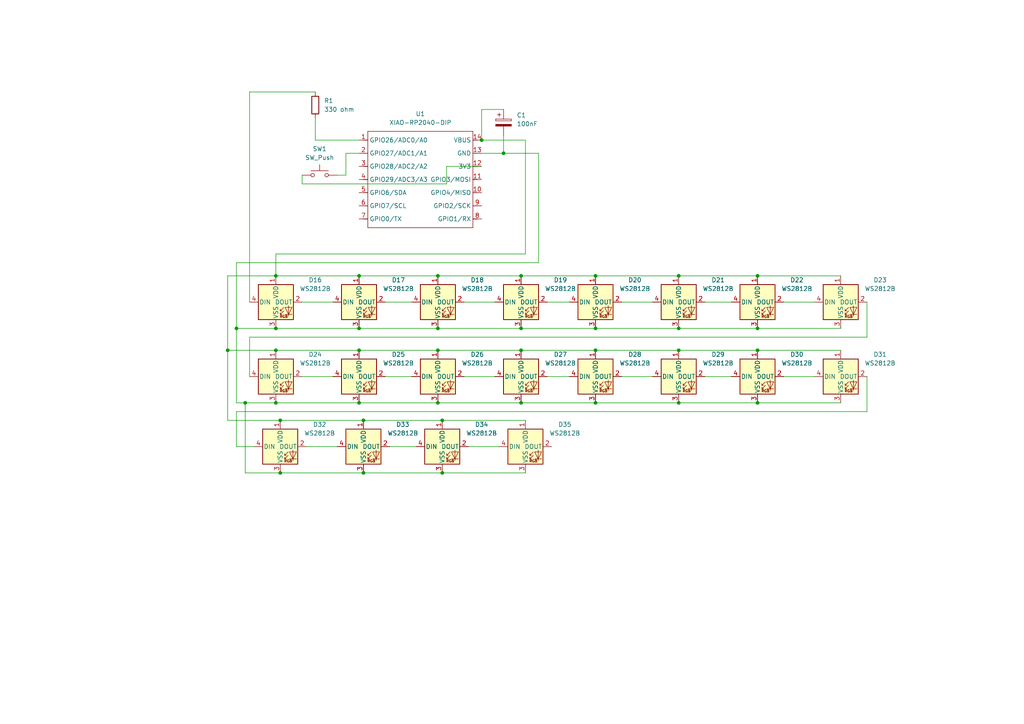
<source format=kicad_sch>
(kicad_sch
	(version 20250114)
	(generator "eeschema")
	(generator_version "9.0")
	(uuid "400d5fed-07e3-437a-82c9-2cb4d29a6616")
	(paper "A4")
	(lib_symbols
		(symbol "Device:C_Polarized"
			(pin_numbers
				(hide yes)
			)
			(pin_names
				(offset 0.254)
			)
			(exclude_from_sim no)
			(in_bom yes)
			(on_board yes)
			(property "Reference" "C"
				(at 0.635 2.54 0)
				(effects
					(font
						(size 1.27 1.27)
					)
					(justify left)
				)
			)
			(property "Value" "C_Polarized"
				(at 0.635 -2.54 0)
				(effects
					(font
						(size 1.27 1.27)
					)
					(justify left)
				)
			)
			(property "Footprint" ""
				(at 0.9652 -3.81 0)
				(effects
					(font
						(size 1.27 1.27)
					)
					(hide yes)
				)
			)
			(property "Datasheet" "~"
				(at 0 0 0)
				(effects
					(font
						(size 1.27 1.27)
					)
					(hide yes)
				)
			)
			(property "Description" "Polarized capacitor"
				(at 0 0 0)
				(effects
					(font
						(size 1.27 1.27)
					)
					(hide yes)
				)
			)
			(property "ki_keywords" "cap capacitor"
				(at 0 0 0)
				(effects
					(font
						(size 1.27 1.27)
					)
					(hide yes)
				)
			)
			(property "ki_fp_filters" "CP_*"
				(at 0 0 0)
				(effects
					(font
						(size 1.27 1.27)
					)
					(hide yes)
				)
			)
			(symbol "C_Polarized_0_1"
				(rectangle
					(start -2.286 0.508)
					(end 2.286 1.016)
					(stroke
						(width 0)
						(type default)
					)
					(fill
						(type none)
					)
				)
				(polyline
					(pts
						(xy -1.778 2.286) (xy -0.762 2.286)
					)
					(stroke
						(width 0)
						(type default)
					)
					(fill
						(type none)
					)
				)
				(polyline
					(pts
						(xy -1.27 2.794) (xy -1.27 1.778)
					)
					(stroke
						(width 0)
						(type default)
					)
					(fill
						(type none)
					)
				)
				(rectangle
					(start 2.286 -0.508)
					(end -2.286 -1.016)
					(stroke
						(width 0)
						(type default)
					)
					(fill
						(type outline)
					)
				)
			)
			(symbol "C_Polarized_1_1"
				(pin passive line
					(at 0 3.81 270)
					(length 2.794)
					(name "~"
						(effects
							(font
								(size 1.27 1.27)
							)
						)
					)
					(number "1"
						(effects
							(font
								(size 1.27 1.27)
							)
						)
					)
				)
				(pin passive line
					(at 0 -3.81 90)
					(length 2.794)
					(name "~"
						(effects
							(font
								(size 1.27 1.27)
							)
						)
					)
					(number "2"
						(effects
							(font
								(size 1.27 1.27)
							)
						)
					)
				)
			)
			(embedded_fonts no)
		)
		(symbol "Device:R"
			(pin_numbers
				(hide yes)
			)
			(pin_names
				(offset 0)
			)
			(exclude_from_sim no)
			(in_bom yes)
			(on_board yes)
			(property "Reference" "R"
				(at 2.032 0 90)
				(effects
					(font
						(size 1.27 1.27)
					)
				)
			)
			(property "Value" "R"
				(at 0 0 90)
				(effects
					(font
						(size 1.27 1.27)
					)
				)
			)
			(property "Footprint" ""
				(at -1.778 0 90)
				(effects
					(font
						(size 1.27 1.27)
					)
					(hide yes)
				)
			)
			(property "Datasheet" "~"
				(at 0 0 0)
				(effects
					(font
						(size 1.27 1.27)
					)
					(hide yes)
				)
			)
			(property "Description" "Resistor"
				(at 0 0 0)
				(effects
					(font
						(size 1.27 1.27)
					)
					(hide yes)
				)
			)
			(property "ki_keywords" "R res resistor"
				(at 0 0 0)
				(effects
					(font
						(size 1.27 1.27)
					)
					(hide yes)
				)
			)
			(property "ki_fp_filters" "R_*"
				(at 0 0 0)
				(effects
					(font
						(size 1.27 1.27)
					)
					(hide yes)
				)
			)
			(symbol "R_0_1"
				(rectangle
					(start -1.016 -2.54)
					(end 1.016 2.54)
					(stroke
						(width 0.254)
						(type default)
					)
					(fill
						(type none)
					)
				)
			)
			(symbol "R_1_1"
				(pin passive line
					(at 0 3.81 270)
					(length 1.27)
					(name "~"
						(effects
							(font
								(size 1.27 1.27)
							)
						)
					)
					(number "1"
						(effects
							(font
								(size 1.27 1.27)
							)
						)
					)
				)
				(pin passive line
					(at 0 -3.81 90)
					(length 1.27)
					(name "~"
						(effects
							(font
								(size 1.27 1.27)
							)
						)
					)
					(number "2"
						(effects
							(font
								(size 1.27 1.27)
							)
						)
					)
				)
			)
			(embedded_fonts no)
		)
		(symbol "LED:WS2812B"
			(pin_names
				(offset 0.254)
			)
			(exclude_from_sim no)
			(in_bom yes)
			(on_board yes)
			(property "Reference" "D"
				(at 5.08 5.715 0)
				(effects
					(font
						(size 1.27 1.27)
					)
					(justify right bottom)
				)
			)
			(property "Value" "WS2812B"
				(at 1.27 -5.715 0)
				(effects
					(font
						(size 1.27 1.27)
					)
					(justify left top)
				)
			)
			(property "Footprint" "LED_SMD:LED_WS2812B_PLCC4_5.0x5.0mm_P3.2mm"
				(at 1.27 -7.62 0)
				(effects
					(font
						(size 1.27 1.27)
					)
					(justify left top)
					(hide yes)
				)
			)
			(property "Datasheet" "https://cdn-shop.adafruit.com/datasheets/WS2812B.pdf"
				(at 2.54 -9.525 0)
				(effects
					(font
						(size 1.27 1.27)
					)
					(justify left top)
					(hide yes)
				)
			)
			(property "Description" "RGB LED with integrated controller"
				(at 0 0 0)
				(effects
					(font
						(size 1.27 1.27)
					)
					(hide yes)
				)
			)
			(property "ki_keywords" "RGB LED NeoPixel addressable"
				(at 0 0 0)
				(effects
					(font
						(size 1.27 1.27)
					)
					(hide yes)
				)
			)
			(property "ki_fp_filters" "LED*WS2812*PLCC*5.0x5.0mm*P3.2mm*"
				(at 0 0 0)
				(effects
					(font
						(size 1.27 1.27)
					)
					(hide yes)
				)
			)
			(symbol "WS2812B_0_0"
				(text "RGB"
					(at 2.286 -4.191 0)
					(effects
						(font
							(size 0.762 0.762)
						)
					)
				)
			)
			(symbol "WS2812B_0_1"
				(polyline
					(pts
						(xy 1.27 -2.54) (xy 1.778 -2.54)
					)
					(stroke
						(width 0)
						(type default)
					)
					(fill
						(type none)
					)
				)
				(polyline
					(pts
						(xy 1.27 -3.556) (xy 1.778 -3.556)
					)
					(stroke
						(width 0)
						(type default)
					)
					(fill
						(type none)
					)
				)
				(polyline
					(pts
						(xy 2.286 -1.524) (xy 1.27 -2.54) (xy 1.27 -2.032)
					)
					(stroke
						(width 0)
						(type default)
					)
					(fill
						(type none)
					)
				)
				(polyline
					(pts
						(xy 2.286 -2.54) (xy 1.27 -3.556) (xy 1.27 -3.048)
					)
					(stroke
						(width 0)
						(type default)
					)
					(fill
						(type none)
					)
				)
				(polyline
					(pts
						(xy 3.683 -1.016) (xy 3.683 -3.556) (xy 3.683 -4.064)
					)
					(stroke
						(width 0)
						(type default)
					)
					(fill
						(type none)
					)
				)
				(polyline
					(pts
						(xy 4.699 -1.524) (xy 2.667 -1.524) (xy 3.683 -3.556) (xy 4.699 -1.524)
					)
					(stroke
						(width 0)
						(type default)
					)
					(fill
						(type none)
					)
				)
				(polyline
					(pts
						(xy 4.699 -3.556) (xy 2.667 -3.556)
					)
					(stroke
						(width 0)
						(type default)
					)
					(fill
						(type none)
					)
				)
				(rectangle
					(start 5.08 5.08)
					(end -5.08 -5.08)
					(stroke
						(width 0.254)
						(type default)
					)
					(fill
						(type background)
					)
				)
			)
			(symbol "WS2812B_1_1"
				(pin input line
					(at -7.62 0 0)
					(length 2.54)
					(name "DIN"
						(effects
							(font
								(size 1.27 1.27)
							)
						)
					)
					(number "4"
						(effects
							(font
								(size 1.27 1.27)
							)
						)
					)
				)
				(pin power_in line
					(at 0 7.62 270)
					(length 2.54)
					(name "VDD"
						(effects
							(font
								(size 1.27 1.27)
							)
						)
					)
					(number "1"
						(effects
							(font
								(size 1.27 1.27)
							)
						)
					)
				)
				(pin power_in line
					(at 0 -7.62 90)
					(length 2.54)
					(name "VSS"
						(effects
							(font
								(size 1.27 1.27)
							)
						)
					)
					(number "3"
						(effects
							(font
								(size 1.27 1.27)
							)
						)
					)
				)
				(pin output line
					(at 7.62 0 180)
					(length 2.54)
					(name "DOUT"
						(effects
							(font
								(size 1.27 1.27)
							)
						)
					)
					(number "2"
						(effects
							(font
								(size 1.27 1.27)
							)
						)
					)
				)
			)
			(embedded_fonts no)
		)
		(symbol "Seeed_Studio_XIAO_Series:XIAO-RP2040-DIP"
			(exclude_from_sim no)
			(in_bom yes)
			(on_board yes)
			(property "Reference" "U"
				(at 0 0 0)
				(effects
					(font
						(size 1.27 1.27)
					)
				)
			)
			(property "Value" "XIAO-RP2040-DIP"
				(at 5.334 -1.778 0)
				(effects
					(font
						(size 1.27 1.27)
					)
				)
			)
			(property "Footprint" "Module:MOUDLE14P-XIAO-DIP-SMD"
				(at 14.478 -32.258 0)
				(effects
					(font
						(size 1.27 1.27)
					)
					(hide yes)
				)
			)
			(property "Datasheet" ""
				(at 0 0 0)
				(effects
					(font
						(size 1.27 1.27)
					)
					(hide yes)
				)
			)
			(property "Description" ""
				(at 0 0 0)
				(effects
					(font
						(size 1.27 1.27)
					)
					(hide yes)
				)
			)
			(symbol "XIAO-RP2040-DIP_1_0"
				(polyline
					(pts
						(xy -1.27 -2.54) (xy 29.21 -2.54)
					)
					(stroke
						(width 0.1524)
						(type solid)
					)
					(fill
						(type none)
					)
				)
				(polyline
					(pts
						(xy -1.27 -5.08) (xy -2.54 -5.08)
					)
					(stroke
						(width 0.1524)
						(type solid)
					)
					(fill
						(type none)
					)
				)
				(polyline
					(pts
						(xy -1.27 -5.08) (xy -1.27 -2.54)
					)
					(stroke
						(width 0.1524)
						(type solid)
					)
					(fill
						(type none)
					)
				)
				(polyline
					(pts
						(xy -1.27 -8.89) (xy -2.54 -8.89)
					)
					(stroke
						(width 0.1524)
						(type solid)
					)
					(fill
						(type none)
					)
				)
				(polyline
					(pts
						(xy -1.27 -8.89) (xy -1.27 -5.08)
					)
					(stroke
						(width 0.1524)
						(type solid)
					)
					(fill
						(type none)
					)
				)
				(polyline
					(pts
						(xy -1.27 -12.7) (xy -2.54 -12.7)
					)
					(stroke
						(width 0.1524)
						(type solid)
					)
					(fill
						(type none)
					)
				)
				(polyline
					(pts
						(xy -1.27 -12.7) (xy -1.27 -8.89)
					)
					(stroke
						(width 0.1524)
						(type solid)
					)
					(fill
						(type none)
					)
				)
				(polyline
					(pts
						(xy -1.27 -16.51) (xy -2.54 -16.51)
					)
					(stroke
						(width 0.1524)
						(type solid)
					)
					(fill
						(type none)
					)
				)
				(polyline
					(pts
						(xy -1.27 -16.51) (xy -1.27 -12.7)
					)
					(stroke
						(width 0.1524)
						(type solid)
					)
					(fill
						(type none)
					)
				)
				(polyline
					(pts
						(xy -1.27 -20.32) (xy -2.54 -20.32)
					)
					(stroke
						(width 0.1524)
						(type solid)
					)
					(fill
						(type none)
					)
				)
				(polyline
					(pts
						(xy -1.27 -24.13) (xy -2.54 -24.13)
					)
					(stroke
						(width 0.1524)
						(type solid)
					)
					(fill
						(type none)
					)
				)
				(polyline
					(pts
						(xy -1.27 -27.94) (xy -2.54 -27.94)
					)
					(stroke
						(width 0.1524)
						(type solid)
					)
					(fill
						(type none)
					)
				)
				(polyline
					(pts
						(xy -1.27 -30.48) (xy -1.27 -16.51)
					)
					(stroke
						(width 0.1524)
						(type solid)
					)
					(fill
						(type none)
					)
				)
				(polyline
					(pts
						(xy 29.21 -2.54) (xy 29.21 -5.08)
					)
					(stroke
						(width 0.1524)
						(type solid)
					)
					(fill
						(type none)
					)
				)
				(polyline
					(pts
						(xy 29.21 -5.08) (xy 29.21 -8.89)
					)
					(stroke
						(width 0.1524)
						(type solid)
					)
					(fill
						(type none)
					)
				)
				(polyline
					(pts
						(xy 29.21 -8.89) (xy 29.21 -12.7)
					)
					(stroke
						(width 0.1524)
						(type solid)
					)
					(fill
						(type none)
					)
				)
				(polyline
					(pts
						(xy 29.21 -12.7) (xy 29.21 -30.48)
					)
					(stroke
						(width 0.1524)
						(type solid)
					)
					(fill
						(type none)
					)
				)
				(polyline
					(pts
						(xy 29.21 -30.48) (xy -1.27 -30.48)
					)
					(stroke
						(width 0.1524)
						(type solid)
					)
					(fill
						(type none)
					)
				)
				(polyline
					(pts
						(xy 30.48 -5.08) (xy 29.21 -5.08)
					)
					(stroke
						(width 0.1524)
						(type solid)
					)
					(fill
						(type none)
					)
				)
				(polyline
					(pts
						(xy 30.48 -8.89) (xy 29.21 -8.89)
					)
					(stroke
						(width 0.1524)
						(type solid)
					)
					(fill
						(type none)
					)
				)
				(polyline
					(pts
						(xy 30.48 -12.7) (xy 29.21 -12.7)
					)
					(stroke
						(width 0.1524)
						(type solid)
					)
					(fill
						(type none)
					)
				)
				(polyline
					(pts
						(xy 30.48 -16.51) (xy 29.21 -16.51)
					)
					(stroke
						(width 0.1524)
						(type solid)
					)
					(fill
						(type none)
					)
				)
				(polyline
					(pts
						(xy 30.48 -20.32) (xy 29.21 -20.32)
					)
					(stroke
						(width 0.1524)
						(type solid)
					)
					(fill
						(type none)
					)
				)
				(polyline
					(pts
						(xy 30.48 -24.13) (xy 29.21 -24.13)
					)
					(stroke
						(width 0.1524)
						(type solid)
					)
					(fill
						(type none)
					)
				)
				(polyline
					(pts
						(xy 30.48 -27.94) (xy 29.21 -27.94)
					)
					(stroke
						(width 0.1524)
						(type solid)
					)
					(fill
						(type none)
					)
				)
				(pin passive line
					(at -3.81 -5.08 0)
					(length 2.54)
					(name "GPIO26/ADC0/A0"
						(effects
							(font
								(size 1.27 1.27)
							)
						)
					)
					(number "1"
						(effects
							(font
								(size 1.27 1.27)
							)
						)
					)
				)
				(pin passive line
					(at -3.81 -8.89 0)
					(length 2.54)
					(name "GPIO27/ADC1/A1"
						(effects
							(font
								(size 1.27 1.27)
							)
						)
					)
					(number "2"
						(effects
							(font
								(size 1.27 1.27)
							)
						)
					)
				)
				(pin passive line
					(at -3.81 -12.7 0)
					(length 2.54)
					(name "GPIO28/ADC2/A2"
						(effects
							(font
								(size 1.27 1.27)
							)
						)
					)
					(number "3"
						(effects
							(font
								(size 1.27 1.27)
							)
						)
					)
				)
				(pin passive line
					(at -3.81 -16.51 0)
					(length 2.54)
					(name "GPIO29/ADC3/A3"
						(effects
							(font
								(size 1.27 1.27)
							)
						)
					)
					(number "4"
						(effects
							(font
								(size 1.27 1.27)
							)
						)
					)
				)
				(pin passive line
					(at -3.81 -20.32 0)
					(length 2.54)
					(name "GPIO6/SDA"
						(effects
							(font
								(size 1.27 1.27)
							)
						)
					)
					(number "5"
						(effects
							(font
								(size 1.27 1.27)
							)
						)
					)
				)
				(pin passive line
					(at -3.81 -24.13 0)
					(length 2.54)
					(name "GPIO7/SCL"
						(effects
							(font
								(size 1.27 1.27)
							)
						)
					)
					(number "6"
						(effects
							(font
								(size 1.27 1.27)
							)
						)
					)
				)
				(pin passive line
					(at -3.81 -27.94 0)
					(length 2.54)
					(name "GPIO0/TX"
						(effects
							(font
								(size 1.27 1.27)
							)
						)
					)
					(number "7"
						(effects
							(font
								(size 1.27 1.27)
							)
						)
					)
				)
				(pin passive line
					(at 31.75 -5.08 180)
					(length 2.54)
					(name "VBUS"
						(effects
							(font
								(size 1.27 1.27)
							)
						)
					)
					(number "14"
						(effects
							(font
								(size 1.27 1.27)
							)
						)
					)
				)
				(pin passive line
					(at 31.75 -8.89 180)
					(length 2.54)
					(name "GND"
						(effects
							(font
								(size 1.27 1.27)
							)
						)
					)
					(number "13"
						(effects
							(font
								(size 1.27 1.27)
							)
						)
					)
				)
				(pin passive line
					(at 31.75 -12.7 180)
					(length 2.54)
					(name "3V3"
						(effects
							(font
								(size 1.27 1.27)
							)
						)
					)
					(number "12"
						(effects
							(font
								(size 1.27 1.27)
							)
						)
					)
				)
				(pin passive line
					(at 31.75 -16.51 180)
					(length 2.54)
					(name "GPIO3/MOSI"
						(effects
							(font
								(size 1.27 1.27)
							)
						)
					)
					(number "11"
						(effects
							(font
								(size 1.27 1.27)
							)
						)
					)
				)
				(pin passive line
					(at 31.75 -20.32 180)
					(length 2.54)
					(name "GPIO4/MISO"
						(effects
							(font
								(size 1.27 1.27)
							)
						)
					)
					(number "10"
						(effects
							(font
								(size 1.27 1.27)
							)
						)
					)
				)
				(pin passive line
					(at 31.75 -24.13 180)
					(length 2.54)
					(name "GPIO2/SCK"
						(effects
							(font
								(size 1.27 1.27)
							)
						)
					)
					(number "9"
						(effects
							(font
								(size 1.27 1.27)
							)
						)
					)
				)
				(pin passive line
					(at 31.75 -27.94 180)
					(length 2.54)
					(name "GPIO1/RX"
						(effects
							(font
								(size 1.27 1.27)
							)
						)
					)
					(number "8"
						(effects
							(font
								(size 1.27 1.27)
							)
						)
					)
				)
			)
			(embedded_fonts no)
		)
		(symbol "Switch:SW_Push"
			(pin_numbers
				(hide yes)
			)
			(pin_names
				(offset 1.016)
				(hide yes)
			)
			(exclude_from_sim no)
			(in_bom yes)
			(on_board yes)
			(property "Reference" "SW"
				(at 1.27 2.54 0)
				(effects
					(font
						(size 1.27 1.27)
					)
					(justify left)
				)
			)
			(property "Value" "SW_Push"
				(at 0 -1.524 0)
				(effects
					(font
						(size 1.27 1.27)
					)
				)
			)
			(property "Footprint" ""
				(at 0 5.08 0)
				(effects
					(font
						(size 1.27 1.27)
					)
					(hide yes)
				)
			)
			(property "Datasheet" "~"
				(at 0 5.08 0)
				(effects
					(font
						(size 1.27 1.27)
					)
					(hide yes)
				)
			)
			(property "Description" "Push button switch, generic, two pins"
				(at 0 0 0)
				(effects
					(font
						(size 1.27 1.27)
					)
					(hide yes)
				)
			)
			(property "ki_keywords" "switch normally-open pushbutton push-button"
				(at 0 0 0)
				(effects
					(font
						(size 1.27 1.27)
					)
					(hide yes)
				)
			)
			(symbol "SW_Push_0_1"
				(circle
					(center -2.032 0)
					(radius 0.508)
					(stroke
						(width 0)
						(type default)
					)
					(fill
						(type none)
					)
				)
				(polyline
					(pts
						(xy 0 1.27) (xy 0 3.048)
					)
					(stroke
						(width 0)
						(type default)
					)
					(fill
						(type none)
					)
				)
				(circle
					(center 2.032 0)
					(radius 0.508)
					(stroke
						(width 0)
						(type default)
					)
					(fill
						(type none)
					)
				)
				(polyline
					(pts
						(xy 2.54 1.27) (xy -2.54 1.27)
					)
					(stroke
						(width 0)
						(type default)
					)
					(fill
						(type none)
					)
				)
				(pin passive line
					(at -5.08 0 0)
					(length 2.54)
					(name "1"
						(effects
							(font
								(size 1.27 1.27)
							)
						)
					)
					(number "1"
						(effects
							(font
								(size 1.27 1.27)
							)
						)
					)
				)
				(pin passive line
					(at 5.08 0 180)
					(length 2.54)
					(name "2"
						(effects
							(font
								(size 1.27 1.27)
							)
						)
					)
					(number "2"
						(effects
							(font
								(size 1.27 1.27)
							)
						)
					)
				)
			)
			(embedded_fonts no)
		)
	)
	(junction
		(at 151.13 116.84)
		(diameter 0)
		(color 0 0 0 0)
		(uuid "006fb195-d0d2-4c85-b780-54260b2b2f79")
	)
	(junction
		(at 127 101.6)
		(diameter 0)
		(color 0 0 0 0)
		(uuid "1fbf2e22-e065-4901-9216-2958dbb07cf8")
	)
	(junction
		(at 219.71 101.6)
		(diameter 0)
		(color 0 0 0 0)
		(uuid "245931dc-701a-4d9b-92ec-cd62a5c6b5ef")
	)
	(junction
		(at 151.13 80.01)
		(diameter 0)
		(color 0 0 0 0)
		(uuid "32294c57-863b-4cae-8eed-9817c5d938f6")
	)
	(junction
		(at 127 95.25)
		(diameter 0)
		(color 0 0 0 0)
		(uuid "3fbc7e0d-083e-40fe-ad4d-88ffdced56e7")
	)
	(junction
		(at 196.85 116.84)
		(diameter 0)
		(color 0 0 0 0)
		(uuid "4435db4f-5a1a-489a-8040-e001126e5a40")
	)
	(junction
		(at 172.72 80.01)
		(diameter 0)
		(color 0 0 0 0)
		(uuid "465c7c5c-1635-40d9-a000-ebe971da39f6")
	)
	(junction
		(at 68.58 95.25)
		(diameter 0)
		(color 0 0 0 0)
		(uuid "46daac94-2def-44c3-b4d1-18737766e34f")
	)
	(junction
		(at 128.27 121.92)
		(diameter 0)
		(color 0 0 0 0)
		(uuid "53dda4bd-6a73-49ef-927a-f589420cea74")
	)
	(junction
		(at 127 116.84)
		(diameter 0)
		(color 0 0 0 0)
		(uuid "55c089c6-c35c-4da9-ab7b-569731508d4a")
	)
	(junction
		(at 81.28 121.92)
		(diameter 0)
		(color 0 0 0 0)
		(uuid "5fde7a9b-7b5c-4b04-9602-b9564a9b4c16")
	)
	(junction
		(at 196.85 95.25)
		(diameter 0)
		(color 0 0 0 0)
		(uuid "6457859f-44c5-4886-8551-3a2c3f6c722e")
	)
	(junction
		(at 80.01 95.25)
		(diameter 0)
		(color 0 0 0 0)
		(uuid "6b66936d-10b3-4ec3-bdc1-aa0a4f964e9b")
	)
	(junction
		(at 80.01 101.6)
		(diameter 0)
		(color 0 0 0 0)
		(uuid "6c5e5c3e-40f5-4c51-a10d-e3a27ada3f78")
	)
	(junction
		(at 196.85 101.6)
		(diameter 0)
		(color 0 0 0 0)
		(uuid "787de869-1bf6-420f-8f4f-190774024922")
	)
	(junction
		(at 151.13 95.25)
		(diameter 0)
		(color 0 0 0 0)
		(uuid "7c398c74-7e09-4118-ad94-42911a86e2f4")
	)
	(junction
		(at 172.72 95.25)
		(diameter 0)
		(color 0 0 0 0)
		(uuid "8b15f292-0c42-4166-b81a-7e4c5e795ad3")
	)
	(junction
		(at 151.13 101.6)
		(diameter 0)
		(color 0 0 0 0)
		(uuid "8f1aa700-a429-4bdc-b35e-1b485bc5920d")
	)
	(junction
		(at 127 80.01)
		(diameter 0)
		(color 0 0 0 0)
		(uuid "93879e77-40b8-45c8-9216-903c1eb53ee2")
	)
	(junction
		(at 104.14 101.6)
		(diameter 0)
		(color 0 0 0 0)
		(uuid "95121e39-0404-402f-8227-ccf590f6e5a1")
	)
	(junction
		(at 172.72 116.84)
		(diameter 0)
		(color 0 0 0 0)
		(uuid "9ebe9618-8a25-4b1b-8ded-683db849d87e")
	)
	(junction
		(at 81.28 137.16)
		(diameter 0)
		(color 0 0 0 0)
		(uuid "a7805065-e9b2-4836-a365-9154300b8efe")
	)
	(junction
		(at 219.71 95.25)
		(diameter 0)
		(color 0 0 0 0)
		(uuid "a9e75c0b-c890-4995-b1b5-61409028f0e8")
	)
	(junction
		(at 105.41 121.92)
		(diameter 0)
		(color 0 0 0 0)
		(uuid "ae726b25-0fad-4e74-b8bc-cb4c8a370351")
	)
	(junction
		(at 139.7 40.64)
		(diameter 0)
		(color 0 0 0 0)
		(uuid "b55c60e7-4157-4a88-abac-28ed26dbbb7d")
	)
	(junction
		(at 172.72 101.6)
		(diameter 0)
		(color 0 0 0 0)
		(uuid "b65fdc60-6234-4c37-be03-146eec5d1050")
	)
	(junction
		(at 105.41 137.16)
		(diameter 0)
		(color 0 0 0 0)
		(uuid "bb2ebb97-78dd-45b6-b2d4-16f6148a4a3b")
	)
	(junction
		(at 219.71 116.84)
		(diameter 0)
		(color 0 0 0 0)
		(uuid "bbd00688-3f3d-4844-9002-ea522752a557")
	)
	(junction
		(at 71.12 116.84)
		(diameter 0)
		(color 0 0 0 0)
		(uuid "c8a6d5b0-0f9d-44f0-b568-b68d6d53393d")
	)
	(junction
		(at 128.27 137.16)
		(diameter 0)
		(color 0 0 0 0)
		(uuid "cebbcfde-2c79-4bce-85cb-09edad9f1736")
	)
	(junction
		(at 104.14 95.25)
		(diameter 0)
		(color 0 0 0 0)
		(uuid "d0016981-8d30-433a-9ce1-004a30b6db4f")
	)
	(junction
		(at 80.01 80.01)
		(diameter 0)
		(color 0 0 0 0)
		(uuid "d01f4bb3-7d42-4221-8a6b-3ead76159ab5")
	)
	(junction
		(at 104.14 80.01)
		(diameter 0)
		(color 0 0 0 0)
		(uuid "e1214dcd-4c0f-4753-a37b-55ac78b8673a")
	)
	(junction
		(at 80.01 116.84)
		(diameter 0)
		(color 0 0 0 0)
		(uuid "e6d5aaf9-8dd7-4f72-a01b-cbf8cf3ec835")
	)
	(junction
		(at 146.05 44.45)
		(diameter 0)
		(color 0 0 0 0)
		(uuid "e93b3519-f636-481b-8477-ef080158af09")
	)
	(junction
		(at 219.71 80.01)
		(diameter 0)
		(color 0 0 0 0)
		(uuid "e9fa462f-0893-4fc1-a605-b1161cb19ad4")
	)
	(junction
		(at 66.04 101.6)
		(diameter 0)
		(color 0 0 0 0)
		(uuid "f2da78a9-bfc7-4eac-b49a-8e30a02536a6")
	)
	(junction
		(at 196.85 80.01)
		(diameter 0)
		(color 0 0 0 0)
		(uuid "fe380f0a-b1f3-44fb-b220-545db326a037")
	)
	(junction
		(at 104.14 116.84)
		(diameter 0)
		(color 0 0 0 0)
		(uuid "ffbe5fab-f853-45a8-a1f7-2376aeab409e")
	)
	(wire
		(pts
			(xy 219.71 80.01) (xy 243.84 80.01)
		)
		(stroke
			(width 0)
			(type default)
		)
		(uuid "03c9c71b-2e10-46be-b3ba-69e782341b25")
	)
	(wire
		(pts
			(xy 104.14 80.01) (xy 127 80.01)
		)
		(stroke
			(width 0)
			(type default)
		)
		(uuid "053fcedf-8d90-42c1-bb0e-f026515339e7")
	)
	(wire
		(pts
			(xy 134.62 109.22) (xy 143.51 109.22)
		)
		(stroke
			(width 0)
			(type default)
		)
		(uuid "06aa7b3b-a868-4720-a9fb-7864c93b773d")
	)
	(wire
		(pts
			(xy 113.03 129.54) (xy 120.65 129.54)
		)
		(stroke
			(width 0)
			(type default)
		)
		(uuid "06b4c3a5-9afb-450b-9b89-0be0cd8e78ca")
	)
	(wire
		(pts
			(xy 104.14 95.25) (xy 127 95.25)
		)
		(stroke
			(width 0)
			(type default)
		)
		(uuid "0b82f237-1647-4c66-acbf-d7a8aaa764ea")
	)
	(wire
		(pts
			(xy 104.14 40.64) (xy 91.44 40.64)
		)
		(stroke
			(width 0)
			(type default)
		)
		(uuid "0f2cb69a-6b72-412d-895f-f27fc92fe027")
	)
	(wire
		(pts
			(xy 135.89 129.54) (xy 144.78 129.54)
		)
		(stroke
			(width 0)
			(type default)
		)
		(uuid "14722903-71f2-4358-bbce-2859f2b73914")
	)
	(wire
		(pts
			(xy 81.28 137.16) (xy 105.41 137.16)
		)
		(stroke
			(width 0)
			(type default)
		)
		(uuid "149f57bd-9fb0-4ee9-9539-079d3fbf9685")
	)
	(wire
		(pts
			(xy 172.72 101.6) (xy 196.85 101.6)
		)
		(stroke
			(width 0)
			(type default)
		)
		(uuid "188d3030-f88f-4f1e-8df4-dcc57b8e80cd")
	)
	(wire
		(pts
			(xy 152.4 73.66) (xy 80.01 73.66)
		)
		(stroke
			(width 0)
			(type default)
		)
		(uuid "19326255-c0ea-4ece-91c4-26be55631f4f")
	)
	(wire
		(pts
			(xy 172.72 95.25) (xy 196.85 95.25)
		)
		(stroke
			(width 0)
			(type default)
		)
		(uuid "1d3c6e35-ba72-4af8-8be7-ae734712197e")
	)
	(wire
		(pts
			(xy 128.27 121.92) (xy 152.4 121.92)
		)
		(stroke
			(width 0)
			(type default)
		)
		(uuid "1ef634d0-fc62-4832-b90a-555e37bbeb04")
	)
	(wire
		(pts
			(xy 251.46 97.79) (xy 72.39 97.79)
		)
		(stroke
			(width 0)
			(type default)
		)
		(uuid "217ecbf0-28c9-478c-ac30-c548f4c512cf")
	)
	(wire
		(pts
			(xy 127 116.84) (xy 151.13 116.84)
		)
		(stroke
			(width 0)
			(type default)
		)
		(uuid "231ef675-c477-419a-ac9a-57a99ceaacde")
	)
	(wire
		(pts
			(xy 204.47 87.63) (xy 212.09 87.63)
		)
		(stroke
			(width 0)
			(type default)
		)
		(uuid "258b016d-545b-476a-89df-f234311a3891")
	)
	(wire
		(pts
			(xy 71.12 116.84) (xy 80.01 116.84)
		)
		(stroke
			(width 0)
			(type default)
		)
		(uuid "292f867f-b24a-4a8b-bee4-d17e35899503")
	)
	(wire
		(pts
			(xy 128.27 137.16) (xy 152.4 137.16)
		)
		(stroke
			(width 0)
			(type default)
		)
		(uuid "2ca35ef0-afcb-4e29-8785-4553763710c4")
	)
	(wire
		(pts
			(xy 91.44 40.64) (xy 91.44 34.29)
		)
		(stroke
			(width 0)
			(type default)
		)
		(uuid "2db01cee-3699-4aa0-ba35-bea1856dbfb7")
	)
	(wire
		(pts
			(xy 68.58 116.84) (xy 71.12 116.84)
		)
		(stroke
			(width 0)
			(type default)
		)
		(uuid "32618e66-57f2-4374-914e-62c06f7622ab")
	)
	(wire
		(pts
			(xy 196.85 101.6) (xy 219.71 101.6)
		)
		(stroke
			(width 0)
			(type default)
		)
		(uuid "33c7e2cd-d6d2-428e-a8a5-7e83cbf7a938")
	)
	(wire
		(pts
			(xy 151.13 80.01) (xy 172.72 80.01)
		)
		(stroke
			(width 0)
			(type default)
		)
		(uuid "35571284-c4c5-4115-8523-3fc515819343")
	)
	(wire
		(pts
			(xy 71.12 137.16) (xy 81.28 137.16)
		)
		(stroke
			(width 0)
			(type default)
		)
		(uuid "39df5da0-3dc4-4f9b-b529-29e94e047679")
	)
	(wire
		(pts
			(xy 151.13 95.25) (xy 172.72 95.25)
		)
		(stroke
			(width 0)
			(type default)
		)
		(uuid "3de961f2-5fea-460d-8e89-4a6eb5d18391")
	)
	(wire
		(pts
			(xy 146.05 31.75) (xy 139.7 31.75)
		)
		(stroke
			(width 0)
			(type default)
		)
		(uuid "3f7ad3b9-bf59-4c7f-9311-da951d3fe336")
	)
	(wire
		(pts
			(xy 251.46 87.63) (xy 251.46 97.79)
		)
		(stroke
			(width 0)
			(type default)
		)
		(uuid "43297036-190e-4ad0-acc0-0b81b4fc2744")
	)
	(wire
		(pts
			(xy 180.34 109.22) (xy 189.23 109.22)
		)
		(stroke
			(width 0)
			(type default)
		)
		(uuid "47ab6e6a-08ce-47a1-a691-49bf49a99232")
	)
	(wire
		(pts
			(xy 172.72 80.01) (xy 196.85 80.01)
		)
		(stroke
			(width 0)
			(type default)
		)
		(uuid "4b84bf0a-8d3a-47ba-8d58-75266343b281")
	)
	(wire
		(pts
			(xy 172.72 116.84) (xy 196.85 116.84)
		)
		(stroke
			(width 0)
			(type default)
		)
		(uuid "4e8d1ff6-e704-4afd-ba85-dd599ae54681")
	)
	(wire
		(pts
			(xy 251.46 109.22) (xy 251.46 119.38)
		)
		(stroke
			(width 0)
			(type default)
		)
		(uuid "514ee218-e56b-4194-8a0a-db59f2244c56")
	)
	(wire
		(pts
			(xy 111.76 109.22) (xy 119.38 109.22)
		)
		(stroke
			(width 0)
			(type default)
		)
		(uuid "518f823b-f75e-4de3-98c3-34eab5b6461c")
	)
	(wire
		(pts
			(xy 87.63 87.63) (xy 96.52 87.63)
		)
		(stroke
			(width 0)
			(type default)
		)
		(uuid "54a4963c-6c87-4d31-9e33-255515095f8d")
	)
	(wire
		(pts
			(xy 139.7 40.64) (xy 152.4 40.64)
		)
		(stroke
			(width 0)
			(type default)
		)
		(uuid "5648fc47-a995-465a-a4b2-a7b4ce9d920a")
	)
	(wire
		(pts
			(xy 68.58 76.2) (xy 68.58 95.25)
		)
		(stroke
			(width 0)
			(type default)
		)
		(uuid "56ceb137-5faa-4921-bef2-8d2d2ab7a3c5")
	)
	(wire
		(pts
			(xy 219.71 95.25) (xy 243.84 95.25)
		)
		(stroke
			(width 0)
			(type default)
		)
		(uuid "57b2d65a-2c49-4ccf-824f-53e4cadbf794")
	)
	(wire
		(pts
			(xy 111.76 87.63) (xy 119.38 87.63)
		)
		(stroke
			(width 0)
			(type default)
		)
		(uuid "59765d8d-7b77-4d5d-b8a1-6b4237553f7f")
	)
	(wire
		(pts
			(xy 251.46 119.38) (xy 68.58 119.38)
		)
		(stroke
			(width 0)
			(type default)
		)
		(uuid "59f17dd8-1fd4-4557-a69b-0b17efe4f797")
	)
	(wire
		(pts
			(xy 219.71 116.84) (xy 243.84 116.84)
		)
		(stroke
			(width 0)
			(type default)
		)
		(uuid "5cae52b1-e44e-4d54-b94a-761ac74caf67")
	)
	(wire
		(pts
			(xy 146.05 44.45) (xy 156.21 44.45)
		)
		(stroke
			(width 0)
			(type default)
		)
		(uuid "5d73b728-f3f1-4687-af29-35c4133fbde5")
	)
	(wire
		(pts
			(xy 227.33 109.22) (xy 236.22 109.22)
		)
		(stroke
			(width 0)
			(type default)
		)
		(uuid "6024ab81-d4dd-410d-8922-fb49930798de")
	)
	(wire
		(pts
			(xy 104.14 101.6) (xy 127 101.6)
		)
		(stroke
			(width 0)
			(type default)
		)
		(uuid "615a9332-133d-4722-9ac9-5dbaa2cfe367")
	)
	(wire
		(pts
			(xy 66.04 101.6) (xy 66.04 121.92)
		)
		(stroke
			(width 0)
			(type default)
		)
		(uuid "637d7fec-6dd1-40d8-84c8-0e1f4c904e34")
	)
	(wire
		(pts
			(xy 156.21 44.45) (xy 156.21 76.2)
		)
		(stroke
			(width 0)
			(type default)
		)
		(uuid "63de1b95-f512-4ecf-9f18-c9667b6fee96")
	)
	(wire
		(pts
			(xy 68.58 129.54) (xy 73.66 129.54)
		)
		(stroke
			(width 0)
			(type default)
		)
		(uuid "66c718c9-437e-4d6b-a3a3-770c38fdc12c")
	)
	(wire
		(pts
			(xy 158.75 109.22) (xy 165.1 109.22)
		)
		(stroke
			(width 0)
			(type default)
		)
		(uuid "686a1553-87c4-49de-90c2-6057d2bd1e26")
	)
	(wire
		(pts
			(xy 151.13 116.84) (xy 172.72 116.84)
		)
		(stroke
			(width 0)
			(type default)
		)
		(uuid "68ec1896-d116-48da-b417-0a1e5b9a2bb9")
	)
	(wire
		(pts
			(xy 80.01 73.66) (xy 80.01 80.01)
		)
		(stroke
			(width 0)
			(type default)
		)
		(uuid "6da30371-44ec-48a1-939d-6b9dd2514247")
	)
	(wire
		(pts
			(xy 97.79 50.8) (xy 100.33 50.8)
		)
		(stroke
			(width 0)
			(type default)
		)
		(uuid "70c8db31-dfc0-4483-9f43-25d8913a5f5e")
	)
	(wire
		(pts
			(xy 100.33 44.45) (xy 104.14 44.45)
		)
		(stroke
			(width 0)
			(type default)
		)
		(uuid "77b4a576-d68d-4d7f-908c-6d2abebd9f9d")
	)
	(wire
		(pts
			(xy 72.39 97.79) (xy 72.39 109.22)
		)
		(stroke
			(width 0)
			(type default)
		)
		(uuid "7f8ff8f1-8f09-466d-b019-4c8d4cdb2ae1")
	)
	(wire
		(pts
			(xy 151.13 101.6) (xy 172.72 101.6)
		)
		(stroke
			(width 0)
			(type default)
		)
		(uuid "8187fbf1-d256-4063-a199-7b698f1dbd56")
	)
	(wire
		(pts
			(xy 80.01 101.6) (xy 104.14 101.6)
		)
		(stroke
			(width 0)
			(type default)
		)
		(uuid "895796d2-964c-4e4d-898d-f35247770fd2")
	)
	(wire
		(pts
			(xy 68.58 95.25) (xy 68.58 116.84)
		)
		(stroke
			(width 0)
			(type default)
		)
		(uuid "8aa5f0b5-2afa-486a-a39f-84b730c55327")
	)
	(wire
		(pts
			(xy 80.01 80.01) (xy 104.14 80.01)
		)
		(stroke
			(width 0)
			(type default)
		)
		(uuid "8e30c283-9e05-4401-9c1c-e3a3bb665d3d")
	)
	(wire
		(pts
			(xy 196.85 80.01) (xy 219.71 80.01)
		)
		(stroke
			(width 0)
			(type default)
		)
		(uuid "8f7cbb5d-9a53-4eaa-8ece-c42def99cb8c")
	)
	(wire
		(pts
			(xy 196.85 95.25) (xy 219.71 95.25)
		)
		(stroke
			(width 0)
			(type default)
		)
		(uuid "929d0e60-82d4-491c-b80f-e4cc6d16fd72")
	)
	(wire
		(pts
			(xy 127 95.25) (xy 151.13 95.25)
		)
		(stroke
			(width 0)
			(type default)
		)
		(uuid "948cae3f-033d-43e1-9492-5a0443c8b1db")
	)
	(wire
		(pts
			(xy 80.01 95.25) (xy 104.14 95.25)
		)
		(stroke
			(width 0)
			(type default)
		)
		(uuid "980d5885-75d2-4664-bc35-de283f80d6fc")
	)
	(wire
		(pts
			(xy 156.21 76.2) (xy 68.58 76.2)
		)
		(stroke
			(width 0)
			(type default)
		)
		(uuid "a7161d9c-d905-46ed-ba7e-4ba31d642bdd")
	)
	(wire
		(pts
			(xy 219.71 101.6) (xy 243.84 101.6)
		)
		(stroke
			(width 0)
			(type default)
		)
		(uuid "ab7f23d0-5eec-4e31-9c2c-88c1ddc1f89d")
	)
	(wire
		(pts
			(xy 71.12 116.84) (xy 71.12 137.16)
		)
		(stroke
			(width 0)
			(type default)
		)
		(uuid "adc176b3-7a95-4daf-b3f2-9625a06d3440")
	)
	(wire
		(pts
			(xy 129.54 48.26) (xy 139.7 48.26)
		)
		(stroke
			(width 0)
			(type default)
		)
		(uuid "ae01488a-2a24-4164-a3a4-80bbf7d0fa47")
	)
	(wire
		(pts
			(xy 146.05 39.37) (xy 146.05 44.45)
		)
		(stroke
			(width 0)
			(type default)
		)
		(uuid "b1505947-9f73-46f4-87ed-644f85805d31")
	)
	(wire
		(pts
			(xy 134.62 87.63) (xy 143.51 87.63)
		)
		(stroke
			(width 0)
			(type default)
		)
		(uuid "b556fc5b-6931-4b3d-9415-a48989ec97cf")
	)
	(wire
		(pts
			(xy 158.75 87.63) (xy 165.1 87.63)
		)
		(stroke
			(width 0)
			(type default)
		)
		(uuid "b56969ce-8d54-495d-9fd4-ae5e03449751")
	)
	(wire
		(pts
			(xy 204.47 109.22) (xy 212.09 109.22)
		)
		(stroke
			(width 0)
			(type default)
		)
		(uuid "bcf38fc1-cd83-453a-a796-44406a9248ff")
	)
	(wire
		(pts
			(xy 139.7 44.45) (xy 146.05 44.45)
		)
		(stroke
			(width 0)
			(type default)
		)
		(uuid "be23c3b3-01d3-4392-8e9c-71f9512919a2")
	)
	(wire
		(pts
			(xy 152.4 40.64) (xy 152.4 73.66)
		)
		(stroke
			(width 0)
			(type default)
		)
		(uuid "be4d357f-fc9a-47f9-81e9-649535f9559d")
	)
	(wire
		(pts
			(xy 105.41 121.92) (xy 128.27 121.92)
		)
		(stroke
			(width 0)
			(type default)
		)
		(uuid "c0742c01-cb6d-493d-98d5-1bb546408cd4")
	)
	(wire
		(pts
			(xy 105.41 137.16) (xy 128.27 137.16)
		)
		(stroke
			(width 0)
			(type default)
		)
		(uuid "c8ef97c1-c059-4dff-b8ff-839577e7c241")
	)
	(wire
		(pts
			(xy 66.04 80.01) (xy 66.04 101.6)
		)
		(stroke
			(width 0)
			(type default)
		)
		(uuid "d1ab76be-cc9a-43cd-af5b-714622562b42")
	)
	(wire
		(pts
			(xy 227.33 87.63) (xy 236.22 87.63)
		)
		(stroke
			(width 0)
			(type default)
		)
		(uuid "d4c783b5-26fc-4919-bf93-01ac7f03bd75")
	)
	(wire
		(pts
			(xy 80.01 116.84) (xy 104.14 116.84)
		)
		(stroke
			(width 0)
			(type default)
		)
		(uuid "d56c00a5-f7a0-4150-b3dd-82c8063ebe0a")
	)
	(wire
		(pts
			(xy 68.58 119.38) (xy 68.58 129.54)
		)
		(stroke
			(width 0)
			(type default)
		)
		(uuid "d67dd22c-da06-4ad0-b6b4-fc0fcf5c7344")
	)
	(wire
		(pts
			(xy 80.01 80.01) (xy 66.04 80.01)
		)
		(stroke
			(width 0)
			(type default)
		)
		(uuid "d8202711-8600-4ba7-965f-b5d4d0886895")
	)
	(wire
		(pts
			(xy 127 80.01) (xy 151.13 80.01)
		)
		(stroke
			(width 0)
			(type default)
		)
		(uuid "d95522d3-4c04-481f-8d3b-e12203741b2a")
	)
	(wire
		(pts
			(xy 196.85 116.84) (xy 219.71 116.84)
		)
		(stroke
			(width 0)
			(type default)
		)
		(uuid "da17108a-0c00-4374-b926-92fca4b84293")
	)
	(wire
		(pts
			(xy 87.63 50.8) (xy 87.63 53.34)
		)
		(stroke
			(width 0)
			(type default)
		)
		(uuid "df028b05-8f64-4bc0-8a0b-892b2cdbda67")
	)
	(wire
		(pts
			(xy 72.39 26.67) (xy 72.39 87.63)
		)
		(stroke
			(width 0)
			(type default)
		)
		(uuid "e02c298a-3cfd-4728-9a0d-0a65e0ea79fa")
	)
	(wire
		(pts
			(xy 88.9 129.54) (xy 97.79 129.54)
		)
		(stroke
			(width 0)
			(type default)
		)
		(uuid "e13eea02-765e-48c4-ad7c-ec67512fe170")
	)
	(wire
		(pts
			(xy 87.63 53.34) (xy 129.54 53.34)
		)
		(stroke
			(width 0)
			(type default)
		)
		(uuid "e3c64562-5118-4572-b92e-0c2fbe87c6f9")
	)
	(wire
		(pts
			(xy 91.44 26.67) (xy 72.39 26.67)
		)
		(stroke
			(width 0)
			(type default)
		)
		(uuid "e5dc20fb-11d6-4d43-a8e3-ce9506444cd5")
	)
	(wire
		(pts
			(xy 80.01 101.6) (xy 66.04 101.6)
		)
		(stroke
			(width 0)
			(type default)
		)
		(uuid "e77e4030-2002-41b8-9b22-ed37ab58b83b")
	)
	(wire
		(pts
			(xy 104.14 116.84) (xy 127 116.84)
		)
		(stroke
			(width 0)
			(type default)
		)
		(uuid "e7999541-c3da-407f-83df-578d6d460423")
	)
	(wire
		(pts
			(xy 87.63 109.22) (xy 96.52 109.22)
		)
		(stroke
			(width 0)
			(type default)
		)
		(uuid "e899d865-12c5-4a5a-baa2-ccacc040bd50")
	)
	(wire
		(pts
			(xy 129.54 53.34) (xy 129.54 48.26)
		)
		(stroke
			(width 0)
			(type default)
		)
		(uuid "e9a5bc36-553a-417e-8b25-b23923ff9fd2")
	)
	(wire
		(pts
			(xy 180.34 87.63) (xy 189.23 87.63)
		)
		(stroke
			(width 0)
			(type default)
		)
		(uuid "ee5d4254-d54c-4bf0-a999-5ff4a375ffe4")
	)
	(wire
		(pts
			(xy 81.28 121.92) (xy 105.41 121.92)
		)
		(stroke
			(width 0)
			(type default)
		)
		(uuid "ee69fd2a-5346-4b77-9a1a-09b902806fd8")
	)
	(wire
		(pts
			(xy 127 101.6) (xy 151.13 101.6)
		)
		(stroke
			(width 0)
			(type default)
		)
		(uuid "f33da79f-c2b2-4ff6-a692-9cc6d2bb0ec6")
	)
	(wire
		(pts
			(xy 66.04 121.92) (xy 81.28 121.92)
		)
		(stroke
			(width 0)
			(type default)
		)
		(uuid "f8f8a3c8-d3b4-45a6-8810-91f0402e6f9c")
	)
	(wire
		(pts
			(xy 80.01 95.25) (xy 68.58 95.25)
		)
		(stroke
			(width 0)
			(type default)
		)
		(uuid "fbe3dc25-0223-4b91-9006-f5ca865e1f66")
	)
	(wire
		(pts
			(xy 100.33 50.8) (xy 100.33 44.45)
		)
		(stroke
			(width 0)
			(type default)
		)
		(uuid "fc6fa893-333a-49dd-a521-f32bf7fc1675")
	)
	(wire
		(pts
			(xy 139.7 31.75) (xy 139.7 40.64)
		)
		(stroke
			(width 0)
			(type default)
		)
		(uuid "ff73744f-359f-4e65-8fa3-e6e87b136479")
	)
	(symbol
		(lib_id "LED:WS2812B")
		(at 172.72 87.63 0)
		(unit 1)
		(exclude_from_sim no)
		(in_bom yes)
		(on_board yes)
		(dnp no)
		(fields_autoplaced yes)
		(uuid "098d41bf-c8cd-418e-9e43-d11449ef85ad")
		(property "Reference" "D20"
			(at 184.15 81.2098 0)
			(effects
				(font
					(size 1.27 1.27)
				)
			)
		)
		(property "Value" "WS2812B"
			(at 184.15 83.7498 0)
			(effects
				(font
					(size 1.27 1.27)
				)
			)
		)
		(property "Footprint" "LED_SMD:LED_WS2812B_PLCC4_5.0x5.0mm_P3.2mm"
			(at 173.99 95.25 0)
			(effects
				(font
					(size 1.27 1.27)
				)
				(justify left top)
				(hide yes)
			)
		)
		(property "Datasheet" "https://cdn-shop.adafruit.com/datasheets/WS2812B.pdf"
			(at 175.26 97.155 0)
			(effects
				(font
					(size 1.27 1.27)
				)
				(justify left top)
				(hide yes)
			)
		)
		(property "Description" "RGB LED with integrated controller"
			(at 172.72 87.63 0)
			(effects
				(font
					(size 1.27 1.27)
				)
				(hide yes)
			)
		)
		(pin "3"
			(uuid "50b0fe47-6e48-4d73-8330-8e90285b2347")
		)
		(pin "4"
			(uuid "287bd028-209c-4999-b7eb-3fbb40246b71")
		)
		(pin "1"
			(uuid "68ebd8a2-1826-4fec-af42-94d0adbd5093")
		)
		(pin "2"
			(uuid "8957af46-4405-45f1-96fe-fa2f35d4eb18")
		)
		(instances
			(project "canis_pixeldust"
				(path "/400d5fed-07e3-437a-82c9-2cb4d29a6616"
					(reference "D20")
					(unit 1)
				)
			)
		)
	)
	(symbol
		(lib_id "LED:WS2812B")
		(at 104.14 109.22 0)
		(unit 1)
		(exclude_from_sim no)
		(in_bom yes)
		(on_board yes)
		(dnp no)
		(fields_autoplaced yes)
		(uuid "0affb830-5cc2-4338-b42e-8fe83fecd8d0")
		(property "Reference" "D25"
			(at 115.57 102.7998 0)
			(effects
				(font
					(size 1.27 1.27)
				)
			)
		)
		(property "Value" "WS2812B"
			(at 115.57 105.3398 0)
			(effects
				(font
					(size 1.27 1.27)
				)
			)
		)
		(property "Footprint" "LED_SMD:LED_WS2812B_PLCC4_5.0x5.0mm_P3.2mm"
			(at 105.41 116.84 0)
			(effects
				(font
					(size 1.27 1.27)
				)
				(justify left top)
				(hide yes)
			)
		)
		(property "Datasheet" "https://cdn-shop.adafruit.com/datasheets/WS2812B.pdf"
			(at 106.68 118.745 0)
			(effects
				(font
					(size 1.27 1.27)
				)
				(justify left top)
				(hide yes)
			)
		)
		(property "Description" "RGB LED with integrated controller"
			(at 104.14 109.22 0)
			(effects
				(font
					(size 1.27 1.27)
				)
				(hide yes)
			)
		)
		(pin "3"
			(uuid "bae11fea-8da5-4a38-9945-dc256d96bf4d")
		)
		(pin "4"
			(uuid "cade5b30-2a34-421c-ac9f-1431d91943a6")
		)
		(pin "1"
			(uuid "0589b852-41a4-4697-8c94-236c79b1e2cf")
		)
		(pin "2"
			(uuid "9de9a950-dd4b-44b1-96c1-b39a6dd4f438")
		)
		(instances
			(project "canis_pixeldust"
				(path "/400d5fed-07e3-437a-82c9-2cb4d29a6616"
					(reference "D25")
					(unit 1)
				)
			)
		)
	)
	(symbol
		(lib_id "LED:WS2812B")
		(at 151.13 87.63 0)
		(unit 1)
		(exclude_from_sim no)
		(in_bom yes)
		(on_board yes)
		(dnp no)
		(fields_autoplaced yes)
		(uuid "0c80ae17-a88c-4793-86de-1a10855baa95")
		(property "Reference" "D19"
			(at 162.56 81.2098 0)
			(effects
				(font
					(size 1.27 1.27)
				)
			)
		)
		(property "Value" "WS2812B"
			(at 162.56 83.7498 0)
			(effects
				(font
					(size 1.27 1.27)
				)
			)
		)
		(property "Footprint" "LED_SMD:LED_WS2812B_PLCC4_5.0x5.0mm_P3.2mm"
			(at 152.4 95.25 0)
			(effects
				(font
					(size 1.27 1.27)
				)
				(justify left top)
				(hide yes)
			)
		)
		(property "Datasheet" "https://cdn-shop.adafruit.com/datasheets/WS2812B.pdf"
			(at 153.67 97.155 0)
			(effects
				(font
					(size 1.27 1.27)
				)
				(justify left top)
				(hide yes)
			)
		)
		(property "Description" "RGB LED with integrated controller"
			(at 151.13 87.63 0)
			(effects
				(font
					(size 1.27 1.27)
				)
				(hide yes)
			)
		)
		(pin "3"
			(uuid "d1009d31-6aac-4d82-923a-fef336bfd54c")
		)
		(pin "4"
			(uuid "1837a369-fa7f-456e-a2ec-16d6be27c785")
		)
		(pin "1"
			(uuid "a208e745-e9d5-4645-8cd8-a928891c53ff")
		)
		(pin "2"
			(uuid "9382baf9-d4af-4a5b-9fe3-94d6c7487090")
		)
		(instances
			(project "canis_pixeldust"
				(path "/400d5fed-07e3-437a-82c9-2cb4d29a6616"
					(reference "D19")
					(unit 1)
				)
			)
		)
	)
	(symbol
		(lib_id "Device:R")
		(at 91.44 30.48 0)
		(unit 1)
		(exclude_from_sim no)
		(in_bom yes)
		(on_board yes)
		(dnp no)
		(fields_autoplaced yes)
		(uuid "24bac285-d9bb-4d4c-939c-a03b26ce0e08")
		(property "Reference" "R1"
			(at 93.98 29.2099 0)
			(effects
				(font
					(size 1.27 1.27)
				)
				(justify left)
			)
		)
		(property "Value" "330 ohm"
			(at 93.98 31.7499 0)
			(effects
				(font
					(size 1.27 1.27)
				)
				(justify left)
			)
		)
		(property "Footprint" "Resistor_SMD:R_0603_1608Metric"
			(at 89.662 30.48 90)
			(effects
				(font
					(size 1.27 1.27)
				)
				(hide yes)
			)
		)
		(property "Datasheet" "~"
			(at 91.44 30.48 0)
			(effects
				(font
					(size 1.27 1.27)
				)
				(hide yes)
			)
		)
		(property "Description" "Resistor"
			(at 91.44 30.48 0)
			(effects
				(font
					(size 1.27 1.27)
				)
				(hide yes)
			)
		)
		(pin "1"
			(uuid "050137a0-d1f3-4f52-8c26-f3531f012c15")
		)
		(pin "2"
			(uuid "998fdb2b-e59e-4b9a-a84c-18738824cbb4")
		)
		(instances
			(project ""
				(path "/400d5fed-07e3-437a-82c9-2cb4d29a6616"
					(reference "R1")
					(unit 1)
				)
			)
		)
	)
	(symbol
		(lib_id "LED:WS2812B")
		(at 104.14 87.63 0)
		(unit 1)
		(exclude_from_sim no)
		(in_bom yes)
		(on_board yes)
		(dnp no)
		(fields_autoplaced yes)
		(uuid "335b379c-8081-470a-8c1f-fcc9159d1e6b")
		(property "Reference" "D17"
			(at 115.57 81.2098 0)
			(effects
				(font
					(size 1.27 1.27)
				)
			)
		)
		(property "Value" "WS2812B"
			(at 115.57 83.7498 0)
			(effects
				(font
					(size 1.27 1.27)
				)
			)
		)
		(property "Footprint" "LED_SMD:LED_WS2812B_PLCC4_5.0x5.0mm_P3.2mm"
			(at 105.41 95.25 0)
			(effects
				(font
					(size 1.27 1.27)
				)
				(justify left top)
				(hide yes)
			)
		)
		(property "Datasheet" "https://cdn-shop.adafruit.com/datasheets/WS2812B.pdf"
			(at 106.68 97.155 0)
			(effects
				(font
					(size 1.27 1.27)
				)
				(justify left top)
				(hide yes)
			)
		)
		(property "Description" "RGB LED with integrated controller"
			(at 104.14 87.63 0)
			(effects
				(font
					(size 1.27 1.27)
				)
				(hide yes)
			)
		)
		(pin "3"
			(uuid "686c6139-fdb1-4ddb-a430-ca88d9c8ab9e")
		)
		(pin "4"
			(uuid "69d344c6-60c7-4d29-ba31-447d844c3e82")
		)
		(pin "1"
			(uuid "11d58ec3-7d61-48a5-b109-294abeb77fe7")
		)
		(pin "2"
			(uuid "1e03770c-7ecd-40a6-8f23-e17a64fa0332")
		)
		(instances
			(project "canis_pixeldust"
				(path "/400d5fed-07e3-437a-82c9-2cb4d29a6616"
					(reference "D17")
					(unit 1)
				)
			)
		)
	)
	(symbol
		(lib_id "LED:WS2812B")
		(at 128.27 129.54 0)
		(unit 1)
		(exclude_from_sim no)
		(in_bom yes)
		(on_board yes)
		(dnp no)
		(fields_autoplaced yes)
		(uuid "3f5b8de8-607e-408a-9204-e2eeb078a94f")
		(property "Reference" "D34"
			(at 139.7 123.1198 0)
			(effects
				(font
					(size 1.27 1.27)
				)
			)
		)
		(property "Value" "WS2812B"
			(at 139.7 125.6598 0)
			(effects
				(font
					(size 1.27 1.27)
				)
			)
		)
		(property "Footprint" "LED_SMD:LED_WS2812B_PLCC4_5.0x5.0mm_P3.2mm"
			(at 129.54 137.16 0)
			(effects
				(font
					(size 1.27 1.27)
				)
				(justify left top)
				(hide yes)
			)
		)
		(property "Datasheet" "https://cdn-shop.adafruit.com/datasheets/WS2812B.pdf"
			(at 130.81 139.065 0)
			(effects
				(font
					(size 1.27 1.27)
				)
				(justify left top)
				(hide yes)
			)
		)
		(property "Description" "RGB LED with integrated controller"
			(at 128.27 129.54 0)
			(effects
				(font
					(size 1.27 1.27)
				)
				(hide yes)
			)
		)
		(pin "3"
			(uuid "a60b18cf-fea7-4b90-bb19-f2c374e227e3")
		)
		(pin "4"
			(uuid "f0fa8017-5de5-4afc-a419-a4e3dd1beb91")
		)
		(pin "1"
			(uuid "922e3e88-e63b-4009-af3c-a8a8d3d5be44")
		)
		(pin "2"
			(uuid "867f8f6f-0f61-4cd5-a9f2-4a3f008f90ce")
		)
		(instances
			(project "canis_pixeldust"
				(path "/400d5fed-07e3-437a-82c9-2cb4d29a6616"
					(reference "D34")
					(unit 1)
				)
			)
		)
	)
	(symbol
		(lib_id "LED:WS2812B")
		(at 219.71 109.22 0)
		(unit 1)
		(exclude_from_sim no)
		(in_bom yes)
		(on_board yes)
		(dnp no)
		(fields_autoplaced yes)
		(uuid "41029bbd-a171-46fd-8564-b0fd3c0cd4a7")
		(property "Reference" "D30"
			(at 231.14 102.7998 0)
			(effects
				(font
					(size 1.27 1.27)
				)
			)
		)
		(property "Value" "WS2812B"
			(at 231.14 105.3398 0)
			(effects
				(font
					(size 1.27 1.27)
				)
			)
		)
		(property "Footprint" "LED_SMD:LED_WS2812B_PLCC4_5.0x5.0mm_P3.2mm"
			(at 220.98 116.84 0)
			(effects
				(font
					(size 1.27 1.27)
				)
				(justify left top)
				(hide yes)
			)
		)
		(property "Datasheet" "https://cdn-shop.adafruit.com/datasheets/WS2812B.pdf"
			(at 222.25 118.745 0)
			(effects
				(font
					(size 1.27 1.27)
				)
				(justify left top)
				(hide yes)
			)
		)
		(property "Description" "RGB LED with integrated controller"
			(at 219.71 109.22 0)
			(effects
				(font
					(size 1.27 1.27)
				)
				(hide yes)
			)
		)
		(pin "3"
			(uuid "bce1345d-4fba-48e8-9ce1-3fa710db7cfa")
		)
		(pin "4"
			(uuid "0cbbfa9f-cb9c-471e-96ed-7b4213b393c4")
		)
		(pin "1"
			(uuid "3be277ed-5980-49ad-8315-566aecf8105c")
		)
		(pin "2"
			(uuid "d8cee281-9249-4d76-95df-47b90d5226f5")
		)
		(instances
			(project "canis_pixeldust"
				(path "/400d5fed-07e3-437a-82c9-2cb4d29a6616"
					(reference "D30")
					(unit 1)
				)
			)
		)
	)
	(symbol
		(lib_id "LED:WS2812B")
		(at 243.84 87.63 0)
		(unit 1)
		(exclude_from_sim no)
		(in_bom yes)
		(on_board yes)
		(dnp no)
		(fields_autoplaced yes)
		(uuid "50f2478a-0a8f-4303-a4a2-7028be102996")
		(property "Reference" "D23"
			(at 255.27 81.2098 0)
			(effects
				(font
					(size 1.27 1.27)
				)
			)
		)
		(property "Value" "WS2812B"
			(at 255.27 83.7498 0)
			(effects
				(font
					(size 1.27 1.27)
				)
			)
		)
		(property "Footprint" "LED_SMD:LED_WS2812B_PLCC4_5.0x5.0mm_P3.2mm"
			(at 245.11 95.25 0)
			(effects
				(font
					(size 1.27 1.27)
				)
				(justify left top)
				(hide yes)
			)
		)
		(property "Datasheet" "https://cdn-shop.adafruit.com/datasheets/WS2812B.pdf"
			(at 246.38 97.155 0)
			(effects
				(font
					(size 1.27 1.27)
				)
				(justify left top)
				(hide yes)
			)
		)
		(property "Description" "RGB LED with integrated controller"
			(at 243.84 87.63 0)
			(effects
				(font
					(size 1.27 1.27)
				)
				(hide yes)
			)
		)
		(pin "3"
			(uuid "6db22dd9-e795-4a2c-b050-16bcf26f27b5")
		)
		(pin "4"
			(uuid "aea214e9-c8ba-4aa5-a009-970950af47dd")
		)
		(pin "1"
			(uuid "7fd0cbbf-842e-4190-a917-a5e7ce128997")
		)
		(pin "2"
			(uuid "74c67a3b-61cd-40d6-a928-5a23338c8b49")
		)
		(instances
			(project "canis_pixeldust"
				(path "/400d5fed-07e3-437a-82c9-2cb4d29a6616"
					(reference "D23")
					(unit 1)
				)
			)
		)
	)
	(symbol
		(lib_id "LED:WS2812B")
		(at 172.72 109.22 0)
		(unit 1)
		(exclude_from_sim no)
		(in_bom yes)
		(on_board yes)
		(dnp no)
		(fields_autoplaced yes)
		(uuid "5a5db3bf-042e-4154-8688-838bd5a67624")
		(property "Reference" "D28"
			(at 184.15 102.7998 0)
			(effects
				(font
					(size 1.27 1.27)
				)
			)
		)
		(property "Value" "WS2812B"
			(at 184.15 105.3398 0)
			(effects
				(font
					(size 1.27 1.27)
				)
			)
		)
		(property "Footprint" "LED_SMD:LED_WS2812B_PLCC4_5.0x5.0mm_P3.2mm"
			(at 173.99 116.84 0)
			(effects
				(font
					(size 1.27 1.27)
				)
				(justify left top)
				(hide yes)
			)
		)
		(property "Datasheet" "https://cdn-shop.adafruit.com/datasheets/WS2812B.pdf"
			(at 175.26 118.745 0)
			(effects
				(font
					(size 1.27 1.27)
				)
				(justify left top)
				(hide yes)
			)
		)
		(property "Description" "RGB LED with integrated controller"
			(at 172.72 109.22 0)
			(effects
				(font
					(size 1.27 1.27)
				)
				(hide yes)
			)
		)
		(pin "3"
			(uuid "eea05abb-a61e-47a7-9803-8445e9813eab")
		)
		(pin "4"
			(uuid "308c6f81-2e0f-4ff2-bd26-e59f0fbfd87c")
		)
		(pin "1"
			(uuid "225e6c08-4c06-464a-988d-b9e792eab130")
		)
		(pin "2"
			(uuid "da017258-b3d5-4f41-b2ef-851ab703a3c8")
		)
		(instances
			(project "canis_pixeldust"
				(path "/400d5fed-07e3-437a-82c9-2cb4d29a6616"
					(reference "D28")
					(unit 1)
				)
			)
		)
	)
	(symbol
		(lib_id "LED:WS2812B")
		(at 80.01 109.22 0)
		(unit 1)
		(exclude_from_sim no)
		(in_bom yes)
		(on_board yes)
		(dnp no)
		(fields_autoplaced yes)
		(uuid "7f2096b1-e760-4ea8-943f-b0af383fa2f9")
		(property "Reference" "D24"
			(at 91.44 102.7998 0)
			(effects
				(font
					(size 1.27 1.27)
				)
			)
		)
		(property "Value" "WS2812B"
			(at 91.44 105.3398 0)
			(effects
				(font
					(size 1.27 1.27)
				)
			)
		)
		(property "Footprint" "LED_SMD:LED_WS2812B_PLCC4_5.0x5.0mm_P3.2mm"
			(at 81.28 116.84 0)
			(effects
				(font
					(size 1.27 1.27)
				)
				(justify left top)
				(hide yes)
			)
		)
		(property "Datasheet" "https://cdn-shop.adafruit.com/datasheets/WS2812B.pdf"
			(at 82.55 118.745 0)
			(effects
				(font
					(size 1.27 1.27)
				)
				(justify left top)
				(hide yes)
			)
		)
		(property "Description" "RGB LED with integrated controller"
			(at 80.01 109.22 0)
			(effects
				(font
					(size 1.27 1.27)
				)
				(hide yes)
			)
		)
		(pin "3"
			(uuid "860e199e-0e16-412b-95a6-9be223715d68")
		)
		(pin "4"
			(uuid "14c4f831-baff-404e-9c99-89b3349270a4")
		)
		(pin "1"
			(uuid "8d92baa0-42a3-4c6e-b2f9-cdb63b17264c")
		)
		(pin "2"
			(uuid "b34236f0-6556-4724-bb6e-a92f201474f1")
		)
		(instances
			(project "canis_pixeldust"
				(path "/400d5fed-07e3-437a-82c9-2cb4d29a6616"
					(reference "D24")
					(unit 1)
				)
			)
		)
	)
	(symbol
		(lib_id "LED:WS2812B")
		(at 105.41 129.54 0)
		(unit 1)
		(exclude_from_sim no)
		(in_bom yes)
		(on_board yes)
		(dnp no)
		(fields_autoplaced yes)
		(uuid "87243367-4f9f-4e98-8573-347daf1ab2ff")
		(property "Reference" "D33"
			(at 116.84 123.1198 0)
			(effects
				(font
					(size 1.27 1.27)
				)
			)
		)
		(property "Value" "WS2812B"
			(at 116.84 125.6598 0)
			(effects
				(font
					(size 1.27 1.27)
				)
			)
		)
		(property "Footprint" "LED_SMD:LED_WS2812B_PLCC4_5.0x5.0mm_P3.2mm"
			(at 106.68 137.16 0)
			(effects
				(font
					(size 1.27 1.27)
				)
				(justify left top)
				(hide yes)
			)
		)
		(property "Datasheet" "https://cdn-shop.adafruit.com/datasheets/WS2812B.pdf"
			(at 107.95 139.065 0)
			(effects
				(font
					(size 1.27 1.27)
				)
				(justify left top)
				(hide yes)
			)
		)
		(property "Description" "RGB LED with integrated controller"
			(at 105.41 129.54 0)
			(effects
				(font
					(size 1.27 1.27)
				)
				(hide yes)
			)
		)
		(pin "3"
			(uuid "2fa477e9-5d81-42a2-b83b-faa8ee4b82f5")
		)
		(pin "4"
			(uuid "b95f2c17-3043-49c7-9b05-a47384019196")
		)
		(pin "1"
			(uuid "af8cd7e7-e8ce-43ec-ba78-c9cef00cae72")
		)
		(pin "2"
			(uuid "03725575-e245-491e-bcb2-00ce258b31d6")
		)
		(instances
			(project "canis_pixeldust"
				(path "/400d5fed-07e3-437a-82c9-2cb4d29a6616"
					(reference "D33")
					(unit 1)
				)
			)
		)
	)
	(symbol
		(lib_id "Seeed_Studio_XIAO_Series:XIAO-RP2040-DIP")
		(at 107.95 35.56 0)
		(unit 1)
		(exclude_from_sim no)
		(in_bom yes)
		(on_board yes)
		(dnp no)
		(fields_autoplaced yes)
		(uuid "a46c5079-82c9-4790-b75f-180051c94827")
		(property "Reference" "U1"
			(at 121.92 33.02 0)
			(effects
				(font
					(size 1.27 1.27)
				)
			)
		)
		(property "Value" "XIAO-RP2040-DIP"
			(at 121.92 35.56 0)
			(effects
				(font
					(size 1.27 1.27)
				)
			)
		)
		(property "Footprint" "XIAO RP2040:XIAO-RP2040-DIP"
			(at 122.428 67.818 0)
			(effects
				(font
					(size 1.27 1.27)
				)
				(hide yes)
			)
		)
		(property "Datasheet" ""
			(at 107.95 35.56 0)
			(effects
				(font
					(size 1.27 1.27)
				)
				(hide yes)
			)
		)
		(property "Description" ""
			(at 107.95 35.56 0)
			(effects
				(font
					(size 1.27 1.27)
				)
				(hide yes)
			)
		)
		(pin "8"
			(uuid "ea899512-fbeb-45fc-a2f8-87804208e2cd")
		)
		(pin "1"
			(uuid "f666d37d-5c59-4b6d-b475-fe187bc87376")
		)
		(pin "3"
			(uuid "a677cdba-430b-4512-a849-70eb3020641e")
		)
		(pin "5"
			(uuid "2b720767-faeb-4b8c-b596-cbe70d49fff5")
		)
		(pin "6"
			(uuid "4ae9a00b-9191-4697-a91a-e6f43e5156d2")
		)
		(pin "4"
			(uuid "6db116f8-e472-4f41-b329-3b1a12d0ef5e")
		)
		(pin "7"
			(uuid "c8ddfd7c-16ad-405c-b1b7-c91c4a048606")
		)
		(pin "13"
			(uuid "e9cc3300-6f98-47d7-be4d-08f93b4cf49a")
		)
		(pin "11"
			(uuid "3c85adc7-779e-4d8a-ad22-0318743dce2a")
		)
		(pin "12"
			(uuid "e56d3579-73f4-47bb-820a-91e59aea125d")
		)
		(pin "10"
			(uuid "de12c026-f9eb-48f1-9117-0bca0ad43532")
		)
		(pin "2"
			(uuid "9a4bf1e8-c57d-42bb-81a4-788404341652")
		)
		(pin "14"
			(uuid "494121fd-1a9c-4700-8b99-60ea679bbbdf")
		)
		(pin "9"
			(uuid "99f1c8b6-b10c-4080-9cc3-0af04dc23449")
		)
		(instances
			(project ""
				(path "/400d5fed-07e3-437a-82c9-2cb4d29a6616"
					(reference "U1")
					(unit 1)
				)
			)
		)
	)
	(symbol
		(lib_id "LED:WS2812B")
		(at 151.13 109.22 0)
		(unit 1)
		(exclude_from_sim no)
		(in_bom yes)
		(on_board yes)
		(dnp no)
		(fields_autoplaced yes)
		(uuid "a80a66f0-5705-4306-bbc9-1992c4061bb4")
		(property "Reference" "D27"
			(at 162.56 102.7998 0)
			(effects
				(font
					(size 1.27 1.27)
				)
			)
		)
		(property "Value" "WS2812B"
			(at 162.56 105.3398 0)
			(effects
				(font
					(size 1.27 1.27)
				)
			)
		)
		(property "Footprint" "LED_SMD:LED_WS2812B_PLCC4_5.0x5.0mm_P3.2mm"
			(at 152.4 116.84 0)
			(effects
				(font
					(size 1.27 1.27)
				)
				(justify left top)
				(hide yes)
			)
		)
		(property "Datasheet" "https://cdn-shop.adafruit.com/datasheets/WS2812B.pdf"
			(at 153.67 118.745 0)
			(effects
				(font
					(size 1.27 1.27)
				)
				(justify left top)
				(hide yes)
			)
		)
		(property "Description" "RGB LED with integrated controller"
			(at 151.13 109.22 0)
			(effects
				(font
					(size 1.27 1.27)
				)
				(hide yes)
			)
		)
		(pin "3"
			(uuid "3055d5bf-a1d3-4dda-9dfb-4bb5ad0e0c07")
		)
		(pin "4"
			(uuid "8ad95f8f-845c-4085-90b1-c2bef60ff596")
		)
		(pin "1"
			(uuid "f25f45b7-b220-4adc-8a91-b4f6fdecf08f")
		)
		(pin "2"
			(uuid "6692266e-7911-43cd-85f7-323ae8cbd3ef")
		)
		(instances
			(project "canis_pixeldust"
				(path "/400d5fed-07e3-437a-82c9-2cb4d29a6616"
					(reference "D27")
					(unit 1)
				)
			)
		)
	)
	(symbol
		(lib_id "LED:WS2812B")
		(at 80.01 87.63 0)
		(unit 1)
		(exclude_from_sim no)
		(in_bom yes)
		(on_board yes)
		(dnp no)
		(fields_autoplaced yes)
		(uuid "a932e38c-0a03-408e-8f30-970430619e21")
		(property "Reference" "D16"
			(at 91.44 81.2098 0)
			(effects
				(font
					(size 1.27 1.27)
				)
			)
		)
		(property "Value" "WS2812B"
			(at 91.44 83.7498 0)
			(effects
				(font
					(size 1.27 1.27)
				)
			)
		)
		(property "Footprint" "LED_SMD:LED_WS2812B_PLCC4_5.0x5.0mm_P3.2mm"
			(at 81.28 95.25 0)
			(effects
				(font
					(size 1.27 1.27)
				)
				(justify left top)
				(hide yes)
			)
		)
		(property "Datasheet" "https://cdn-shop.adafruit.com/datasheets/WS2812B.pdf"
			(at 82.55 97.155 0)
			(effects
				(font
					(size 1.27 1.27)
				)
				(justify left top)
				(hide yes)
			)
		)
		(property "Description" "RGB LED with integrated controller"
			(at 80.01 87.63 0)
			(effects
				(font
					(size 1.27 1.27)
				)
				(hide yes)
			)
		)
		(pin "3"
			(uuid "eaa0c95b-9e8d-4f36-a07e-cf39af4cc4bc")
		)
		(pin "4"
			(uuid "8d2f8074-f9ca-4e1e-b0dc-0e2aea526023")
		)
		(pin "1"
			(uuid "9935d641-db3b-4d44-8ace-6c95bf7127ed")
		)
		(pin "2"
			(uuid "72d28202-584d-4c60-9c99-d8a812792bb4")
		)
		(instances
			(project "canis_pixeldust"
				(path "/400d5fed-07e3-437a-82c9-2cb4d29a6616"
					(reference "D16")
					(unit 1)
				)
			)
		)
	)
	(symbol
		(lib_id "LED:WS2812B")
		(at 219.71 87.63 0)
		(unit 1)
		(exclude_from_sim no)
		(in_bom yes)
		(on_board yes)
		(dnp no)
		(fields_autoplaced yes)
		(uuid "b1b5493f-bec4-4132-a651-552f917bb1ed")
		(property "Reference" "D22"
			(at 231.14 81.2098 0)
			(effects
				(font
					(size 1.27 1.27)
				)
			)
		)
		(property "Value" "WS2812B"
			(at 231.14 83.7498 0)
			(effects
				(font
					(size 1.27 1.27)
				)
			)
		)
		(property "Footprint" "LED_SMD:LED_WS2812B_PLCC4_5.0x5.0mm_P3.2mm"
			(at 220.98 95.25 0)
			(effects
				(font
					(size 1.27 1.27)
				)
				(justify left top)
				(hide yes)
			)
		)
		(property "Datasheet" "https://cdn-shop.adafruit.com/datasheets/WS2812B.pdf"
			(at 222.25 97.155 0)
			(effects
				(font
					(size 1.27 1.27)
				)
				(justify left top)
				(hide yes)
			)
		)
		(property "Description" "RGB LED with integrated controller"
			(at 219.71 87.63 0)
			(effects
				(font
					(size 1.27 1.27)
				)
				(hide yes)
			)
		)
		(pin "3"
			(uuid "b3aadbeb-9064-4add-aef6-4f992e3d8ee8")
		)
		(pin "4"
			(uuid "636494cb-2719-4f7b-90cd-7015f7807cb1")
		)
		(pin "1"
			(uuid "0864c545-8e99-4d18-abc0-dd12ed6c372b")
		)
		(pin "2"
			(uuid "2b194573-d5de-4e0e-9407-1fe9e2f8ee62")
		)
		(instances
			(project "canis_pixeldust"
				(path "/400d5fed-07e3-437a-82c9-2cb4d29a6616"
					(reference "D22")
					(unit 1)
				)
			)
		)
	)
	(symbol
		(lib_id "Switch:SW_Push")
		(at 92.71 50.8 0)
		(unit 1)
		(exclude_from_sim no)
		(in_bom yes)
		(on_board yes)
		(dnp no)
		(fields_autoplaced yes)
		(uuid "b23c8c8f-a42b-4caf-939e-edf65f201d73")
		(property "Reference" "SW1"
			(at 92.71 43.18 0)
			(effects
				(font
					(size 1.27 1.27)
				)
			)
		)
		(property "Value" "SW_Push"
			(at 92.71 45.72 0)
			(effects
				(font
					(size 1.27 1.27)
				)
			)
		)
		(property "Footprint" "Button_Switch_THT:SW_PUSH_6mm_H5mm"
			(at 92.71 45.72 0)
			(effects
				(font
					(size 1.27 1.27)
				)
				(hide yes)
			)
		)
		(property "Datasheet" "~"
			(at 92.71 45.72 0)
			(effects
				(font
					(size 1.27 1.27)
				)
				(hide yes)
			)
		)
		(property "Description" "Push button switch, generic, two pins"
			(at 92.71 50.8 0)
			(effects
				(font
					(size 1.27 1.27)
				)
				(hide yes)
			)
		)
		(pin "2"
			(uuid "fb8fb423-71b5-4cc5-b9cf-f1c8e41ccbdd")
		)
		(pin "1"
			(uuid "9cc9ecea-1124-413d-b473-69ad363f2219")
		)
		(instances
			(project ""
				(path "/400d5fed-07e3-437a-82c9-2cb4d29a6616"
					(reference "SW1")
					(unit 1)
				)
			)
		)
	)
	(symbol
		(lib_id "LED:WS2812B")
		(at 127 87.63 0)
		(unit 1)
		(exclude_from_sim no)
		(in_bom yes)
		(on_board yes)
		(dnp no)
		(fields_autoplaced yes)
		(uuid "b6249418-9c0c-4185-850d-03e15e4759c9")
		(property "Reference" "D18"
			(at 138.43 81.2098 0)
			(effects
				(font
					(size 1.27 1.27)
				)
			)
		)
		(property "Value" "WS2812B"
			(at 138.43 83.7498 0)
			(effects
				(font
					(size 1.27 1.27)
				)
			)
		)
		(property "Footprint" "LED_SMD:LED_WS2812B_PLCC4_5.0x5.0mm_P3.2mm"
			(at 128.27 95.25 0)
			(effects
				(font
					(size 1.27 1.27)
				)
				(justify left top)
				(hide yes)
			)
		)
		(property "Datasheet" "https://cdn-shop.adafruit.com/datasheets/WS2812B.pdf"
			(at 129.54 97.155 0)
			(effects
				(font
					(size 1.27 1.27)
				)
				(justify left top)
				(hide yes)
			)
		)
		(property "Description" "RGB LED with integrated controller"
			(at 127 87.63 0)
			(effects
				(font
					(size 1.27 1.27)
				)
				(hide yes)
			)
		)
		(pin "3"
			(uuid "68842906-4da7-4588-9817-dd39856975b4")
		)
		(pin "4"
			(uuid "7d12cf4e-35a6-4382-9450-da9369d08619")
		)
		(pin "1"
			(uuid "453754db-bb47-432a-8331-24059aae4a9c")
		)
		(pin "2"
			(uuid "f4308676-bc33-484f-bae7-7a626cfdb820")
		)
		(instances
			(project "canis_pixeldust"
				(path "/400d5fed-07e3-437a-82c9-2cb4d29a6616"
					(reference "D18")
					(unit 1)
				)
			)
		)
	)
	(symbol
		(lib_id "Device:C_Polarized")
		(at 146.05 35.56 0)
		(unit 1)
		(exclude_from_sim no)
		(in_bom yes)
		(on_board yes)
		(dnp no)
		(fields_autoplaced yes)
		(uuid "cbce0e7e-e6bb-4a19-bcf0-1858b72f7368")
		(property "Reference" "C1"
			(at 149.86 33.4009 0)
			(effects
				(font
					(size 1.27 1.27)
				)
				(justify left)
			)
		)
		(property "Value" "100nF"
			(at 149.86 35.9409 0)
			(effects
				(font
					(size 1.27 1.27)
				)
				(justify left)
			)
		)
		(property "Footprint" "Capacitor_SMD:C_0603_1608Metric"
			(at 147.0152 39.37 0)
			(effects
				(font
					(size 1.27 1.27)
				)
				(hide yes)
			)
		)
		(property "Datasheet" "~"
			(at 146.05 35.56 0)
			(effects
				(font
					(size 1.27 1.27)
				)
				(hide yes)
			)
		)
		(property "Description" "Polarized capacitor"
			(at 146.05 35.56 0)
			(effects
				(font
					(size 1.27 1.27)
				)
				(hide yes)
			)
		)
		(pin "1"
			(uuid "e111cbdd-8758-4455-beb9-03e83e1ee988")
		)
		(pin "2"
			(uuid "8245a933-da83-48bc-bbd8-4e4c93485242")
		)
		(instances
			(project ""
				(path "/400d5fed-07e3-437a-82c9-2cb4d29a6616"
					(reference "C1")
					(unit 1)
				)
			)
		)
	)
	(symbol
		(lib_id "LED:WS2812B")
		(at 196.85 109.22 0)
		(unit 1)
		(exclude_from_sim no)
		(in_bom yes)
		(on_board yes)
		(dnp no)
		(fields_autoplaced yes)
		(uuid "cd9d8dc5-251c-4d32-99cc-81b221a32ca0")
		(property "Reference" "D29"
			(at 208.28 102.7998 0)
			(effects
				(font
					(size 1.27 1.27)
				)
			)
		)
		(property "Value" "WS2812B"
			(at 208.28 105.3398 0)
			(effects
				(font
					(size 1.27 1.27)
				)
			)
		)
		(property "Footprint" "LED_SMD:LED_WS2812B_PLCC4_5.0x5.0mm_P3.2mm"
			(at 198.12 116.84 0)
			(effects
				(font
					(size 1.27 1.27)
				)
				(justify left top)
				(hide yes)
			)
		)
		(property "Datasheet" "https://cdn-shop.adafruit.com/datasheets/WS2812B.pdf"
			(at 199.39 118.745 0)
			(effects
				(font
					(size 1.27 1.27)
				)
				(justify left top)
				(hide yes)
			)
		)
		(property "Description" "RGB LED with integrated controller"
			(at 196.85 109.22 0)
			(effects
				(font
					(size 1.27 1.27)
				)
				(hide yes)
			)
		)
		(pin "3"
			(uuid "7a90b8ab-31ab-4a26-849e-a1422d32bd92")
		)
		(pin "4"
			(uuid "41a75fff-e24d-44fc-9ce5-a6747550e242")
		)
		(pin "1"
			(uuid "22807855-7217-4753-8a0a-1cd32c40aba4")
		)
		(pin "2"
			(uuid "d9d1b988-8da5-4796-b97c-4ce35a816288")
		)
		(instances
			(project "canis_pixeldust"
				(path "/400d5fed-07e3-437a-82c9-2cb4d29a6616"
					(reference "D29")
					(unit 1)
				)
			)
		)
	)
	(symbol
		(lib_id "LED:WS2812B")
		(at 196.85 87.63 0)
		(unit 1)
		(exclude_from_sim no)
		(in_bom yes)
		(on_board yes)
		(dnp no)
		(fields_autoplaced yes)
		(uuid "df0a1d50-6ffe-40dd-bdb2-d513aea1e7c6")
		(property "Reference" "D21"
			(at 208.28 81.2098 0)
			(effects
				(font
					(size 1.27 1.27)
				)
			)
		)
		(property "Value" "WS2812B"
			(at 208.28 83.7498 0)
			(effects
				(font
					(size 1.27 1.27)
				)
			)
		)
		(property "Footprint" "LED_SMD:LED_WS2812B_PLCC4_5.0x5.0mm_P3.2mm"
			(at 198.12 95.25 0)
			(effects
				(font
					(size 1.27 1.27)
				)
				(justify left top)
				(hide yes)
			)
		)
		(property "Datasheet" "https://cdn-shop.adafruit.com/datasheets/WS2812B.pdf"
			(at 199.39 97.155 0)
			(effects
				(font
					(size 1.27 1.27)
				)
				(justify left top)
				(hide yes)
			)
		)
		(property "Description" "RGB LED with integrated controller"
			(at 196.85 87.63 0)
			(effects
				(font
					(size 1.27 1.27)
				)
				(hide yes)
			)
		)
		(pin "3"
			(uuid "c030690e-d594-4849-b508-f25c82e701af")
		)
		(pin "4"
			(uuid "9f2e787e-96cc-4667-a678-2e24841489e2")
		)
		(pin "1"
			(uuid "4d324fd2-832b-4ce1-aa2c-25d65f5f6cde")
		)
		(pin "2"
			(uuid "23175b56-a858-4cef-b440-419b42b18f6d")
		)
		(instances
			(project "canis_pixeldust"
				(path "/400d5fed-07e3-437a-82c9-2cb4d29a6616"
					(reference "D21")
					(unit 1)
				)
			)
		)
	)
	(symbol
		(lib_id "LED:WS2812B")
		(at 152.4 129.54 0)
		(unit 1)
		(exclude_from_sim no)
		(in_bom yes)
		(on_board yes)
		(dnp no)
		(fields_autoplaced yes)
		(uuid "e6fbf8aa-a8d6-4099-bdae-0e952b0a1028")
		(property "Reference" "D35"
			(at 163.83 123.1198 0)
			(effects
				(font
					(size 1.27 1.27)
				)
			)
		)
		(property "Value" "WS2812B"
			(at 163.83 125.6598 0)
			(effects
				(font
					(size 1.27 1.27)
				)
			)
		)
		(property "Footprint" "LED_SMD:LED_WS2812B_PLCC4_5.0x5.0mm_P3.2mm"
			(at 153.67 137.16 0)
			(effects
				(font
					(size 1.27 1.27)
				)
				(justify left top)
				(hide yes)
			)
		)
		(property "Datasheet" "https://cdn-shop.adafruit.com/datasheets/WS2812B.pdf"
			(at 154.94 139.065 0)
			(effects
				(font
					(size 1.27 1.27)
				)
				(justify left top)
				(hide yes)
			)
		)
		(property "Description" "RGB LED with integrated controller"
			(at 152.4 129.54 0)
			(effects
				(font
					(size 1.27 1.27)
				)
				(hide yes)
			)
		)
		(pin "3"
			(uuid "5d147089-7190-4478-9f1f-b944bca20049")
		)
		(pin "4"
			(uuid "89fe5b14-bae4-440f-bba4-8275087c602b")
		)
		(pin "1"
			(uuid "15baaf16-2a25-4df5-bb39-9830d0fc4046")
		)
		(pin "2"
			(uuid "f6501aa0-27fb-49f9-9286-219b19f3634a")
		)
		(instances
			(project "canis_pixeldust"
				(path "/400d5fed-07e3-437a-82c9-2cb4d29a6616"
					(reference "D35")
					(unit 1)
				)
			)
		)
	)
	(symbol
		(lib_id "LED:WS2812B")
		(at 243.84 109.22 0)
		(unit 1)
		(exclude_from_sim no)
		(in_bom yes)
		(on_board yes)
		(dnp no)
		(fields_autoplaced yes)
		(uuid "e9865598-d6dc-4ecc-8684-d5cf1fef5cf9")
		(property "Reference" "D31"
			(at 255.27 102.7998 0)
			(effects
				(font
					(size 1.27 1.27)
				)
			)
		)
		(property "Value" "WS2812B"
			(at 255.27 105.3398 0)
			(effects
				(font
					(size 1.27 1.27)
				)
			)
		)
		(property "Footprint" "LED_SMD:LED_WS2812B_PLCC4_5.0x5.0mm_P3.2mm"
			(at 245.11 116.84 0)
			(effects
				(font
					(size 1.27 1.27)
				)
				(justify left top)
				(hide yes)
			)
		)
		(property "Datasheet" "https://cdn-shop.adafruit.com/datasheets/WS2812B.pdf"
			(at 246.38 118.745 0)
			(effects
				(font
					(size 1.27 1.27)
				)
				(justify left top)
				(hide yes)
			)
		)
		(property "Description" "RGB LED with integrated controller"
			(at 243.84 109.22 0)
			(effects
				(font
					(size 1.27 1.27)
				)
				(hide yes)
			)
		)
		(pin "3"
			(uuid "0f010e23-625b-4026-ba33-f9a7e32be91a")
		)
		(pin "4"
			(uuid "3ef597d7-1787-4792-bc1a-0f42dfb6210e")
		)
		(pin "1"
			(uuid "5f03a41f-c36c-4f51-a54b-678cf49abf3e")
		)
		(pin "2"
			(uuid "c8aee9e2-890c-4c65-9237-a07a1b14bb13")
		)
		(instances
			(project "canis_pixeldust"
				(path "/400d5fed-07e3-437a-82c9-2cb4d29a6616"
					(reference "D31")
					(unit 1)
				)
			)
		)
	)
	(symbol
		(lib_id "LED:WS2812B")
		(at 81.28 129.54 0)
		(unit 1)
		(exclude_from_sim no)
		(in_bom yes)
		(on_board yes)
		(dnp no)
		(fields_autoplaced yes)
		(uuid "ec1e5b7f-587a-488f-99cc-adf33c3e8e9e")
		(property "Reference" "D32"
			(at 92.71 123.1198 0)
			(effects
				(font
					(size 1.27 1.27)
				)
			)
		)
		(property "Value" "WS2812B"
			(at 92.71 125.6598 0)
			(effects
				(font
					(size 1.27 1.27)
				)
			)
		)
		(property "Footprint" "LED_SMD:LED_WS2812B_PLCC4_5.0x5.0mm_P3.2mm"
			(at 82.55 137.16 0)
			(effects
				(font
					(size 1.27 1.27)
				)
				(justify left top)
				(hide yes)
			)
		)
		(property "Datasheet" "https://cdn-shop.adafruit.com/datasheets/WS2812B.pdf"
			(at 83.82 139.065 0)
			(effects
				(font
					(size 1.27 1.27)
				)
				(justify left top)
				(hide yes)
			)
		)
		(property "Description" "RGB LED with integrated controller"
			(at 81.28 129.54 0)
			(effects
				(font
					(size 1.27 1.27)
				)
				(hide yes)
			)
		)
		(pin "3"
			(uuid "c9d3fd6d-8af1-42c5-824e-f22ddc643d61")
		)
		(pin "4"
			(uuid "be7b4f91-a27f-48fc-b915-32045d20c8fb")
		)
		(pin "1"
			(uuid "4f56b665-3630-4f09-9dd9-f098c36923b5")
		)
		(pin "2"
			(uuid "0310e3d6-c1e6-4009-8d9e-c78850e44b2d")
		)
		(instances
			(project "canis_pixeldust"
				(path "/400d5fed-07e3-437a-82c9-2cb4d29a6616"
					(reference "D32")
					(unit 1)
				)
			)
		)
	)
	(symbol
		(lib_id "LED:WS2812B")
		(at 127 109.22 0)
		(unit 1)
		(exclude_from_sim no)
		(in_bom yes)
		(on_board yes)
		(dnp no)
		(fields_autoplaced yes)
		(uuid "efbc3266-c7ff-4a60-9df4-203735e37328")
		(property "Reference" "D26"
			(at 138.43 102.7998 0)
			(effects
				(font
					(size 1.27 1.27)
				)
			)
		)
		(property "Value" "WS2812B"
			(at 138.43 105.3398 0)
			(effects
				(font
					(size 1.27 1.27)
				)
			)
		)
		(property "Footprint" "LED_SMD:LED_WS2812B_PLCC4_5.0x5.0mm_P3.2mm"
			(at 128.27 116.84 0)
			(effects
				(font
					(size 1.27 1.27)
				)
				(justify left top)
				(hide yes)
			)
		)
		(property "Datasheet" "https://cdn-shop.adafruit.com/datasheets/WS2812B.pdf"
			(at 129.54 118.745 0)
			(effects
				(font
					(size 1.27 1.27)
				)
				(justify left top)
				(hide yes)
			)
		)
		(property "Description" "RGB LED with integrated controller"
			(at 127 109.22 0)
			(effects
				(font
					(size 1.27 1.27)
				)
				(hide yes)
			)
		)
		(pin "3"
			(uuid "6e200990-0852-4f02-963f-2af9f46851b4")
		)
		(pin "4"
			(uuid "9b56d56b-250e-4e54-8893-7aa690926482")
		)
		(pin "1"
			(uuid "35ea69cd-1783-4c2f-8e46-9e98ec3023ab")
		)
		(pin "2"
			(uuid "87cbaaa9-c854-4166-8718-d055ab35eb94")
		)
		(instances
			(project "canis_pixeldust"
				(path "/400d5fed-07e3-437a-82c9-2cb4d29a6616"
					(reference "D26")
					(unit 1)
				)
			)
		)
	)
	(sheet_instances
		(path "/"
			(page "1")
		)
	)
	(embedded_fonts no)
)

</source>
